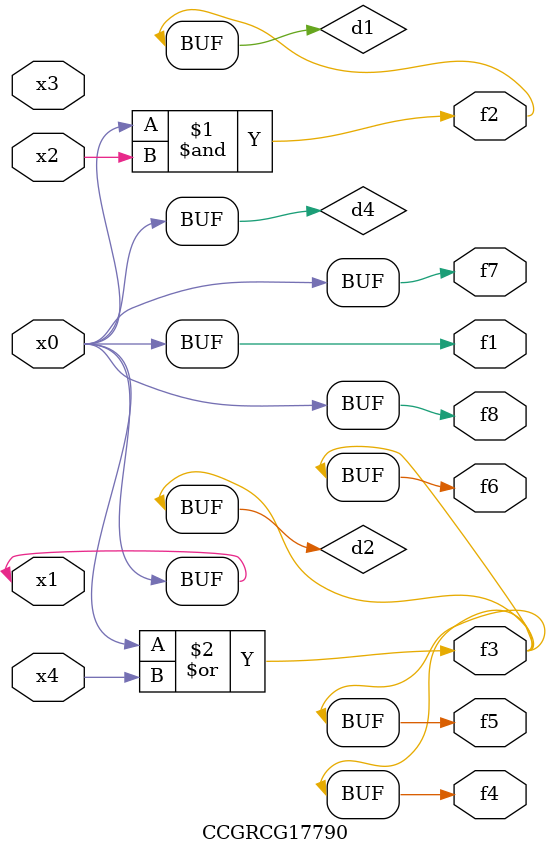
<source format=v>
module CCGRCG17790(
	input x0, x1, x2, x3, x4,
	output f1, f2, f3, f4, f5, f6, f7, f8
);

	wire d1, d2, d3, d4;

	and (d1, x0, x2);
	or (d2, x0, x4);
	nand (d3, x0, x2);
	buf (d4, x0, x1);
	assign f1 = d4;
	assign f2 = d1;
	assign f3 = d2;
	assign f4 = d2;
	assign f5 = d2;
	assign f6 = d2;
	assign f7 = d4;
	assign f8 = d4;
endmodule

</source>
